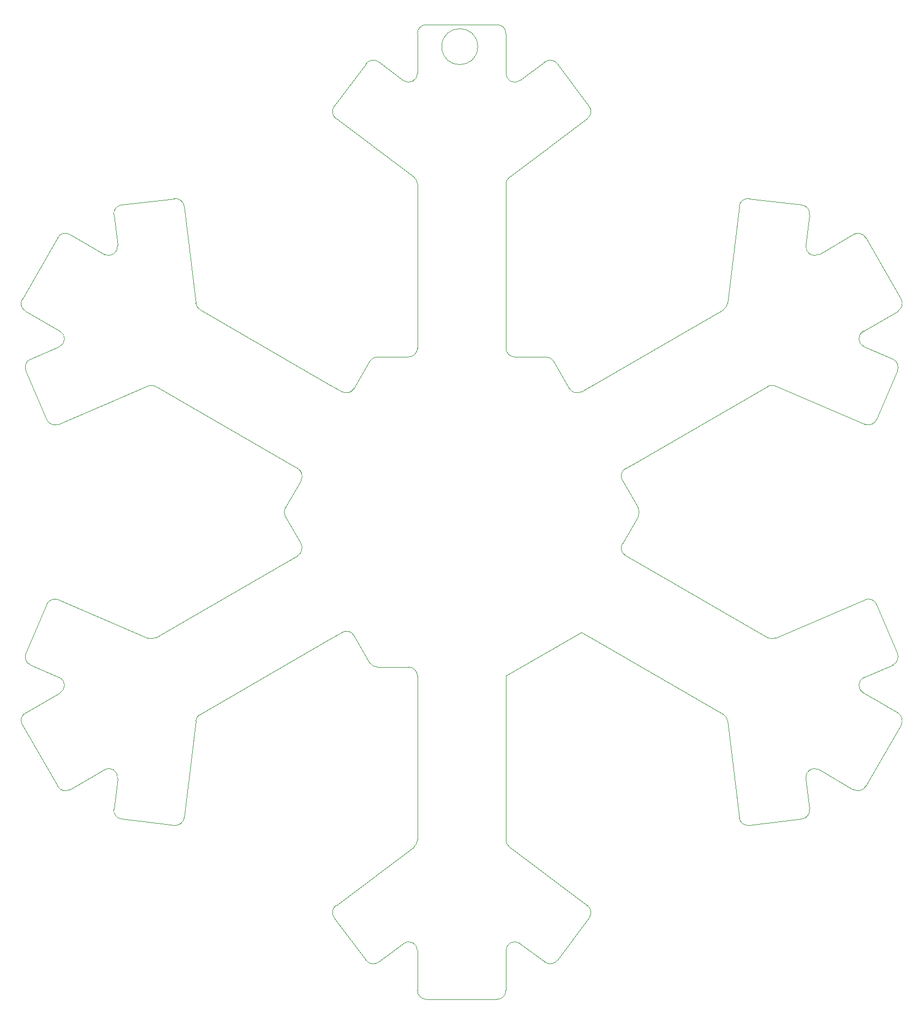
<source format=gbr>
%TF.GenerationSoftware,KiCad,Pcbnew,(5.1.12)-1*%
%TF.CreationDate,2021-12-12T20:51:00-05:00*%
%TF.ProjectId,snowflake,736e6f77-666c-4616-9b65-2e6b69636164,rev?*%
%TF.SameCoordinates,Original*%
%TF.FileFunction,Profile,NP*%
%FSLAX46Y46*%
G04 Gerber Fmt 4.6, Leading zero omitted, Abs format (unit mm)*
G04 Created by KiCad (PCBNEW (5.1.12)-1) date 2021-12-12 20:51:00*
%MOMM*%
%LPD*%
G01*
G04 APERTURE LIST*
%TA.AperFunction,Profile*%
%ADD10C,0.050000*%
%TD*%
%TA.AperFunction,Profile*%
%ADD11C,0.097999*%
%TD*%
G04 APERTURE END LIST*
D10*
X156509806Y-25400000D02*
G75*
G03*
X156509806Y-25400000I-2839806J0D01*
G01*
X172900755Y-117937769D02*
X160970698Y-124825591D01*
D11*
X88361150Y-84324665D02*
X85061459Y-76599896D01*
X97455137Y-58213414D02*
X91999178Y-55063415D01*
X84999178Y-67187771D02*
G75*
G02*
X84486742Y-65275335I700000J1212436D01*
G01*
X104360634Y-118838439D02*
X90198559Y-112789006D01*
X84486743Y-132575849D02*
G75*
G02*
X84999178Y-130663414I1212435J700000D01*
G01*
X108521150Y-49406520D02*
X100181458Y-50411288D01*
X111920634Y-131932744D02*
X110078559Y-147222177D01*
X85798972Y-123088697D02*
G75*
G02*
X85061459Y-121251288I549948J1287461D01*
G01*
X99545086Y-141017667D02*
X98958971Y-145882486D01*
X98958971Y-51968699D02*
G75*
G02*
X100181458Y-50411288I1389949J167462D01*
G01*
X91999178Y-142787770D02*
G75*
G02*
X90086742Y-142275334I-700000J1212436D01*
G01*
X104360634Y-79012745D02*
X90198559Y-85062178D01*
X111920634Y-131932744D02*
G75*
G02*
X112610582Y-130887770I1389948J-167461D01*
G01*
X126221987Y-106863414D02*
X105610582Y-118763414D01*
X90455137Y-70337768D02*
G75*
G02*
X90305086Y-72837667I-700000J-1212437D01*
G01*
X126084680Y-99625591D02*
X128553076Y-103900978D01*
X112610582Y-130887770D02*
X133221987Y-118987770D01*
X90198560Y-85062177D02*
G75*
G02*
X88361150Y-84324665I-549949J1287461D01*
G01*
X100181459Y-147439896D02*
G75*
G02*
X98958971Y-145882486I167461J1389949D01*
G01*
X135040641Y-117937770D02*
G75*
G02*
X136953076Y-118450205I700000J-1212435D01*
G01*
X90305086Y-72837667D02*
X85798971Y-74762486D01*
X105610582Y-79087770D02*
X126221987Y-90987770D01*
X105610582Y-118763413D02*
G75*
G02*
X104360634Y-118838439I-700000J1212435D01*
G01*
X128040640Y-92037770D02*
G75*
G02*
X128553076Y-93950206I-700000J-1212436D01*
G01*
X128553076Y-93950206D02*
X126084680Y-98225592D01*
X97455137Y-139637768D02*
G75*
G02*
X99545086Y-141017667I700000J-1212437D01*
G01*
X140633907Y-123425591D02*
G75*
G02*
X139421472Y-122725591I0J1400000D01*
G01*
X110078560Y-147222176D02*
G75*
G02*
X108521150Y-148444664I-1389949J167461D01*
G01*
X139421472Y-75125592D02*
X136953076Y-79400979D01*
X181856716Y-98225593D02*
X179388320Y-93950206D01*
X179388320Y-103900978D02*
X181856716Y-99625592D01*
X108521150Y-148444664D02*
X100181458Y-147439896D01*
X126084681Y-99625592D02*
G75*
G02*
X126084680Y-98225592I1212435J700000D01*
G01*
X139421472Y-75125593D02*
G75*
G02*
X140633907Y-74425593I1212435J-699999D01*
G01*
X170988320Y-79400979D02*
X168519924Y-75125593D01*
X145570698Y-74425593D02*
X140633907Y-74425592D01*
X167307489Y-74425593D02*
X162370698Y-74425593D01*
X136953076Y-118450205D02*
X139421472Y-122725591D01*
X133221987Y-118987770D02*
X135040641Y-117937769D01*
X90455137Y-127513414D02*
X84999178Y-130663414D01*
X99545086Y-56833517D02*
X98958971Y-51968698D01*
X90086743Y-55575850D02*
G75*
G02*
X91999178Y-55063415I1212435J-700000D01*
G01*
X133221987Y-78863414D02*
X112610582Y-66963414D01*
X90086742Y-55575850D02*
X84486742Y-65275335D01*
X88361149Y-113526520D02*
G75*
G02*
X90198559Y-112789006I1287462J-549948D01*
G01*
X134090698Y-36765592D02*
G75*
G02*
X133810698Y-34805592I840000J1120000D01*
G01*
X202330814Y-118763414D02*
X181719409Y-106863414D01*
X172900755Y-79913414D02*
G75*
G02*
X170988320Y-79400979I-700000J1212435D01*
G01*
X146970698Y-70925592D02*
X146970698Y-73025593D01*
X146970698Y-23325592D02*
G75*
G02*
X148370698Y-21925592I1400000J0D01*
G01*
X217854654Y-142275334D02*
X223454654Y-132575849D01*
X144730698Y-30745592D02*
X140810699Y-27805592D01*
X160970698Y-70925592D02*
X160970698Y-47125592D01*
X197862836Y-50629008D02*
G75*
G02*
X199420246Y-49406520I1389949J-167461D01*
G01*
X146970698Y-29625592D02*
G75*
G02*
X144730698Y-30745592I-1400000J0D01*
G01*
X174130698Y-34805592D02*
X169090697Y-28085592D01*
X179388320Y-93950206D02*
G75*
G02*
X179900756Y-92037770I1212436J700000D01*
G01*
X146970698Y-23325592D02*
X146970698Y-29625592D01*
X199420246Y-148444664D02*
X207759938Y-147439896D01*
X138850699Y-28085592D02*
G75*
G02*
X140810699Y-27805592I1120000J-840000D01*
G01*
X160970698Y-47125592D02*
G75*
G02*
X161530698Y-46005592I1400000J0D01*
G01*
X196020762Y-131932744D02*
X197862837Y-147222177D01*
X208396310Y-56833517D02*
X208982425Y-51968698D01*
X159570698Y-21925592D02*
G75*
G02*
X160970698Y-23325592I0J-1400000D01*
G01*
X219580247Y-84324664D02*
G75*
G02*
X217742837Y-85062178I-1287462J549948D01*
G01*
X217486259Y-70337770D02*
X222942218Y-67187770D01*
X195330814Y-66963414D02*
X174719409Y-78863414D01*
X207759937Y-50411288D02*
G75*
G02*
X208982425Y-51968698I-167461J-1389949D01*
G01*
X146410698Y-46005592D02*
X134090699Y-36765592D01*
X208396311Y-141017666D02*
G75*
G02*
X210486259Y-139637770I1389948J167461D01*
G01*
X146970698Y-73025593D02*
G75*
G02*
X145570698Y-74425593I-1400000J0D01*
G01*
X174719409Y-78863414D02*
X172900755Y-79913415D01*
X210486259Y-58213416D02*
G75*
G02*
X208396310Y-56833517I-700000J1212437D01*
G01*
X217636311Y-72837666D02*
G75*
G02*
X217486259Y-70337770I549948J1287461D01*
G01*
X181719409Y-90987770D02*
X202330814Y-79087770D01*
X181719409Y-90987770D02*
X179900756Y-92037770D01*
X223454653Y-65275335D02*
G75*
G02*
X222942218Y-67187770I-1212435J-700000D01*
G01*
X146410698Y-46005592D02*
G75*
G02*
X146970698Y-47125592I-840000J-1120000D01*
G01*
X222879938Y-121251287D02*
G75*
G02*
X222142425Y-123088698I-1287462J-549949D01*
G01*
X167130697Y-27805592D02*
G75*
G02*
X169090697Y-28085592I840000J-1120000D01*
G01*
X160970698Y-29625592D02*
X160970698Y-23325592D01*
X133810698Y-163045591D02*
G75*
G02*
X134090699Y-161085592I1120000J839999D01*
G01*
X203580763Y-118838439D02*
G75*
G02*
X202330814Y-118763414I-549949J1287461D01*
G01*
X174719409Y-118987770D02*
X195330814Y-130887770D01*
X217636310Y-72837667D02*
X222142425Y-74762486D01*
X219580246Y-113526519D02*
X222879937Y-121251288D01*
X146970698Y-47125592D02*
X146970698Y-70925592D01*
X215942218Y-55063414D02*
G75*
G02*
X217854654Y-55575850I700000J-1212436D01*
G01*
X203580762Y-79012745D02*
X217742837Y-85062178D01*
X208982425Y-145882485D02*
G75*
G02*
X207759938Y-147439896I-1389949J-167462D01*
G01*
X174719409Y-118987770D02*
X172900755Y-117937769D01*
X196020762Y-65918440D02*
G75*
G02*
X195330814Y-66963414I-1389948J167461D01*
G01*
X160970698Y-70925592D02*
X160970698Y-73025593D01*
X196020762Y-65918440D02*
X197862837Y-50629007D01*
X161530698Y-46005592D02*
X173850697Y-36765592D01*
X199420246Y-49406520D02*
X207759938Y-50411288D01*
X215942218Y-55063415D02*
X210486259Y-58213414D01*
X199420247Y-148444663D02*
G75*
G02*
X197862837Y-147222177I-167462J1389948D01*
G01*
X217486259Y-127513416D02*
G75*
G02*
X217636310Y-125013517I700000J1212437D01*
G01*
X223454654Y-65275335D02*
X217854654Y-55575850D01*
X163210698Y-30745592D02*
X167130697Y-27805592D01*
X217636310Y-125013517D02*
X222142425Y-123088698D01*
X219580246Y-84324665D02*
X222879937Y-76599896D01*
X202330814Y-79087771D02*
G75*
G02*
X203580762Y-79012745I700000J-1212435D01*
G01*
X163210698Y-30745592D02*
G75*
G02*
X160970698Y-29625592I-840000J1120000D01*
G01*
X133810698Y-34805592D02*
X138850699Y-28085592D01*
X159570698Y-21925592D02*
X148370698Y-21925592D01*
X222142424Y-74762487D02*
G75*
G02*
X222879937Y-76599896I-549948J-1287461D01*
G01*
X162370698Y-74425593D02*
G75*
G02*
X160970698Y-73025593I0J1400000D01*
G01*
X174130698Y-34805593D02*
G75*
G02*
X173850697Y-36765592I-1120000J-839999D01*
G01*
X217742836Y-112789007D02*
G75*
G02*
X219580246Y-113526519I549949J-1287461D01*
G01*
X222942218Y-130663414D02*
X217486259Y-127513414D01*
X208396310Y-141017667D02*
X208982425Y-145882486D01*
X146970698Y-168225592D02*
X146970698Y-174525592D01*
X174130698Y-163045592D02*
X169090697Y-169765592D01*
X160970698Y-126925592D02*
X160970698Y-124825591D01*
X203580762Y-118838439D02*
X217742837Y-112789006D01*
X146970698Y-150725592D02*
G75*
G02*
X146410698Y-151845592I-1400000J0D01*
G01*
X179900756Y-105813414D02*
G75*
G02*
X179388320Y-103900978I700000J1212436D01*
G01*
X167307489Y-74425593D02*
G75*
G02*
X168519924Y-75125593I0J-1400000D01*
G01*
X222942218Y-130663413D02*
G75*
G02*
X223454654Y-132575849I-700000J-1212436D01*
G01*
X146970698Y-126925592D02*
X146970698Y-124825591D01*
X217854653Y-142275334D02*
G75*
G02*
X215942218Y-142787769I-1212435J700000D01*
G01*
X160970698Y-168225592D02*
G75*
G02*
X163210698Y-167105592I1400000J0D01*
G01*
X195330814Y-130887770D02*
G75*
G02*
X196020762Y-131932744I-700000J-1212435D01*
G01*
X144730698Y-167105592D02*
G75*
G02*
X146970698Y-168225592I840000J-1120000D01*
G01*
X163210698Y-167105592D02*
X167130697Y-170045592D01*
X145570698Y-123425591D02*
G75*
G02*
X146970698Y-124825591I0J-1400000D01*
G01*
X181856715Y-98225592D02*
G75*
G02*
X181856716Y-99625592I-1212435J-700000D01*
G01*
X161530698Y-151845592D02*
G75*
G02*
X160970698Y-150725592I840000J1120000D01*
G01*
X133810698Y-163045592D02*
X138850699Y-169765592D01*
X181719409Y-106863414D02*
X179900756Y-105813414D01*
X210486259Y-139637770D02*
X215942218Y-142787769D01*
X173850698Y-161085592D02*
G75*
G02*
X174130698Y-163045592I-840000J-1120000D01*
G01*
X146970698Y-126925592D02*
X146970698Y-150725592D01*
X160970698Y-150725592D02*
X160970698Y-126925592D01*
X169090697Y-169765592D02*
G75*
G02*
X167130697Y-170045592I-1120000J840000D01*
G01*
X144730698Y-167105592D02*
X140810699Y-170045592D01*
X160970698Y-174525592D02*
X160970698Y-168225592D01*
X140633907Y-123425591D02*
X145570698Y-123425591D01*
X148370698Y-175925592D02*
G75*
G02*
X146970698Y-174525592I0J1400000D01*
G01*
X146410698Y-151845592D02*
X134090699Y-161085592D01*
X160970698Y-174525592D02*
G75*
G02*
X159570698Y-175925592I-1400000J0D01*
G01*
X140810699Y-170045592D02*
G75*
G02*
X138850699Y-169765592I-840000J1120000D01*
G01*
X161530698Y-151845592D02*
X173850697Y-161085592D01*
X148370698Y-175925592D02*
X159570698Y-175925592D01*
X128553076Y-103900978D02*
G75*
G02*
X128040640Y-105813414I-1212436J-700000D01*
G01*
X91999178Y-142787769D02*
X97455137Y-139637770D01*
X90305086Y-125013517D02*
X85798971Y-123088698D01*
X99545085Y-56833518D02*
G75*
G02*
X97455137Y-58213414I-1389948J-167461D01*
G01*
X85061458Y-76599897D02*
G75*
G02*
X85798971Y-74762486I1287462J549949D01*
G01*
X112610582Y-66963414D02*
G75*
G02*
X111920634Y-65918440I700000J1212435D01*
G01*
X133221987Y-78863414D02*
X135040641Y-79913415D01*
X84999178Y-67187770D02*
X90455137Y-70337770D01*
X126221987Y-90987770D02*
X128040640Y-92037770D01*
X90305085Y-125013518D02*
G75*
G02*
X90455137Y-127513414I-549948J-1287461D01*
G01*
X126221987Y-106863414D02*
X128040640Y-105813414D01*
X84486742Y-132575849D02*
X90086742Y-142275334D01*
X88361150Y-113526519D02*
X85061459Y-121251288D01*
X111920634Y-65918440D02*
X110078559Y-50629007D01*
X136953077Y-79400979D02*
G75*
G02*
X135040641Y-79913415I-1212436J700000D01*
G01*
X108521149Y-49406521D02*
G75*
G02*
X110078559Y-50629007I167462J-1389948D01*
G01*
X104360633Y-79012745D02*
G75*
G02*
X105610582Y-79087770I549949J-1287461D01*
G01*
M02*

</source>
